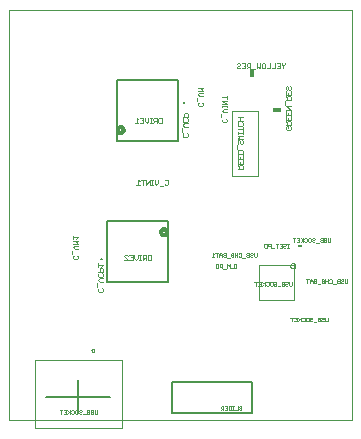
<source format=gbo>
G75*
%MOIN*%
%OFA0B0*%
%FSLAX24Y24*%
%IPPOS*%
%LPD*%
%AMOC8*
5,1,8,0,0,1.08239X$1,22.5*
%
%ADD10C,0.0010*%
%ADD11C,0.0020*%
%ADD12R,0.0280X0.0160*%
%ADD13C,0.0039*%
%ADD14R,0.0160X0.0280*%
%ADD15C,0.0050*%
%ADD16C,0.0118*%
%ADD17C,0.0059*%
%ADD18R,0.0118X0.0079*%
D10*
X002789Y000975D02*
X002789Y001105D01*
X002746Y001105D02*
X002833Y001105D01*
X002875Y001105D02*
X002962Y001105D01*
X002962Y000975D01*
X002875Y000975D01*
X002918Y001040D02*
X002962Y001040D01*
X003004Y000975D02*
X003069Y001040D01*
X003090Y001019D02*
X003004Y001105D01*
X003090Y001105D02*
X003090Y000975D01*
X003133Y000997D02*
X003154Y000975D01*
X003198Y000975D01*
X003219Y000997D01*
X003219Y001084D01*
X003198Y001105D01*
X003154Y001105D01*
X003133Y001084D01*
X003262Y001084D02*
X003283Y001105D01*
X003327Y001105D01*
X003348Y001084D01*
X003348Y000997D01*
X003327Y000975D01*
X003283Y000975D01*
X003262Y000997D01*
X003262Y001084D01*
X003390Y001084D02*
X003412Y001105D01*
X003456Y001105D01*
X003477Y001084D01*
X003477Y001062D01*
X003456Y001040D01*
X003412Y001040D01*
X003390Y001019D01*
X003390Y000997D01*
X003412Y000975D01*
X003456Y000975D01*
X003477Y000997D01*
X003519Y000954D02*
X003606Y000954D01*
X003648Y000997D02*
X003670Y000975D01*
X003735Y000975D01*
X003735Y001105D01*
X003670Y001105D01*
X003648Y001084D01*
X003648Y001062D01*
X003670Y001040D01*
X003735Y001040D01*
X003777Y001019D02*
X003777Y000997D01*
X003799Y000975D01*
X003842Y000975D01*
X003864Y000997D01*
X003906Y000997D02*
X003928Y000975D01*
X003971Y000975D01*
X003993Y000997D01*
X003993Y001105D01*
X003906Y001105D02*
X003906Y000997D01*
X003842Y001040D02*
X003799Y001040D01*
X003777Y001019D01*
X003777Y001084D02*
X003799Y001105D01*
X003842Y001105D01*
X003864Y001084D01*
X003864Y001062D01*
X003842Y001040D01*
X003670Y001040D02*
X003648Y001019D01*
X003648Y000997D01*
X004044Y005053D02*
X004016Y005082D01*
X004016Y005138D01*
X004044Y005167D01*
X003988Y005219D02*
X003988Y005332D01*
X004073Y005385D02*
X004016Y005441D01*
X004073Y005498D01*
X004186Y005498D01*
X004158Y005550D02*
X004044Y005550D01*
X004016Y005579D01*
X004016Y005635D01*
X004044Y005664D01*
X004016Y005716D02*
X004186Y005716D01*
X004186Y005801D01*
X004158Y005830D01*
X004101Y005830D01*
X004073Y005801D01*
X004073Y005716D01*
X004158Y005664D02*
X004186Y005635D01*
X004186Y005579D01*
X004158Y005550D01*
X004186Y005385D02*
X004073Y005385D01*
X004158Y005167D02*
X004186Y005138D01*
X004186Y005082D01*
X004158Y005053D01*
X004044Y005053D01*
X004016Y005882D02*
X004016Y005995D01*
X004016Y005939D02*
X004186Y005939D01*
X004129Y005882D01*
X004900Y006111D02*
X005013Y006111D01*
X004900Y006225D01*
X004900Y006253D01*
X004928Y006281D01*
X004985Y006281D01*
X005013Y006253D01*
X005066Y006281D02*
X005179Y006281D01*
X005179Y006111D01*
X005066Y006111D01*
X005122Y006196D02*
X005179Y006196D01*
X005231Y006168D02*
X005231Y006281D01*
X005231Y006168D02*
X005288Y006111D01*
X005345Y006168D01*
X005345Y006281D01*
X005399Y006281D02*
X005455Y006281D01*
X005427Y006281D02*
X005427Y006111D01*
X005455Y006111D02*
X005399Y006111D01*
X005508Y006111D02*
X005564Y006168D01*
X005536Y006168D02*
X005621Y006168D01*
X005621Y006111D02*
X005621Y006281D01*
X005536Y006281D01*
X005508Y006253D01*
X005508Y006196D01*
X005536Y006168D01*
X005673Y006140D02*
X005673Y006253D01*
X005702Y006281D01*
X005787Y006281D01*
X005787Y006111D01*
X005702Y006111D01*
X005673Y006140D01*
X007806Y006205D02*
X007893Y006205D01*
X007849Y006205D02*
X007849Y006335D01*
X007893Y006292D01*
X007935Y006335D02*
X008022Y006335D01*
X007978Y006335D02*
X007978Y006205D01*
X008064Y006205D02*
X008064Y006292D01*
X008107Y006335D01*
X008150Y006292D01*
X008150Y006205D01*
X008193Y006227D02*
X008214Y006205D01*
X008279Y006205D01*
X008279Y006335D01*
X008214Y006335D01*
X008193Y006314D01*
X008193Y006292D01*
X008214Y006270D01*
X008279Y006270D01*
X008214Y006270D02*
X008193Y006249D01*
X008193Y006227D01*
X008150Y006270D02*
X008064Y006270D01*
X008033Y005955D02*
X007968Y005955D01*
X007946Y005934D01*
X007946Y005847D01*
X007968Y005825D01*
X008033Y005825D01*
X008033Y005955D01*
X008075Y005934D02*
X008075Y005890D01*
X008096Y005869D01*
X008162Y005869D01*
X008162Y005825D02*
X008162Y005955D01*
X008096Y005955D01*
X008075Y005934D01*
X008204Y005804D02*
X008290Y005804D01*
X008333Y005825D02*
X008333Y005955D01*
X008376Y005912D01*
X008419Y005955D01*
X008419Y005825D01*
X008462Y005825D02*
X008548Y005825D01*
X008548Y005955D01*
X008591Y005955D02*
X008634Y005955D01*
X008613Y005955D02*
X008613Y005825D01*
X008634Y005825D02*
X008591Y005825D01*
X008579Y006205D02*
X008579Y006335D01*
X008537Y006314D02*
X008537Y006227D01*
X008516Y006205D01*
X008472Y006205D01*
X008450Y006227D01*
X008450Y006270D01*
X008494Y006270D01*
X008537Y006314D02*
X008516Y006335D01*
X008472Y006335D01*
X008450Y006314D01*
X008579Y006270D02*
X008666Y006270D01*
X008708Y006227D02*
X008730Y006205D01*
X008773Y006205D01*
X008795Y006227D01*
X008795Y006314D01*
X008773Y006335D01*
X008730Y006335D01*
X008708Y006314D01*
X008666Y006335D02*
X008666Y006205D01*
X008837Y006184D02*
X008924Y006184D01*
X008966Y006227D02*
X008988Y006205D01*
X009053Y006205D01*
X009053Y006335D01*
X008988Y006335D01*
X008966Y006314D01*
X008966Y006292D01*
X008988Y006270D01*
X009053Y006270D01*
X009095Y006249D02*
X009095Y006227D01*
X009117Y006205D01*
X009160Y006205D01*
X009182Y006227D01*
X009224Y006227D02*
X009224Y006335D01*
X009182Y006314D02*
X009182Y006292D01*
X009160Y006270D01*
X009117Y006270D01*
X009095Y006249D01*
X009095Y006314D02*
X009117Y006335D01*
X009160Y006335D01*
X009182Y006314D01*
X009224Y006227D02*
X009246Y006205D01*
X009289Y006205D01*
X009311Y006227D01*
X009311Y006335D01*
X009556Y006537D02*
X009556Y006624D01*
X009578Y006645D01*
X009643Y006645D01*
X009643Y006515D01*
X009578Y006515D01*
X009556Y006537D01*
X009685Y006580D02*
X009685Y006624D01*
X009706Y006645D01*
X009772Y006645D01*
X009772Y006515D01*
X009772Y006559D02*
X009706Y006559D01*
X009685Y006580D01*
X009814Y006494D02*
X009900Y006494D01*
X009986Y006515D02*
X009986Y006645D01*
X010029Y006645D02*
X009943Y006645D01*
X010072Y006645D02*
X010158Y006645D01*
X010158Y006515D01*
X010072Y006515D01*
X010115Y006580D02*
X010158Y006580D01*
X010200Y006559D02*
X010200Y006537D01*
X010222Y006515D01*
X010266Y006515D01*
X010287Y006537D01*
X010330Y006515D02*
X010373Y006515D01*
X010351Y006515D02*
X010351Y006645D01*
X010330Y006645D02*
X010373Y006645D01*
X010287Y006624D02*
X010287Y006602D01*
X010266Y006580D01*
X010222Y006580D01*
X010200Y006559D01*
X010200Y006624D02*
X010222Y006645D01*
X010266Y006645D01*
X010287Y006624D01*
X010559Y006705D02*
X010559Y006835D01*
X010516Y006835D02*
X010603Y006835D01*
X010645Y006835D02*
X010732Y006835D01*
X010732Y006705D01*
X010645Y006705D01*
X010688Y006770D02*
X010732Y006770D01*
X010774Y006705D02*
X010839Y006770D01*
X010860Y006749D02*
X010774Y006835D01*
X010860Y006835D02*
X010860Y006705D01*
X010903Y006727D02*
X010924Y006705D01*
X010968Y006705D01*
X010989Y006727D01*
X010989Y006814D01*
X010968Y006835D01*
X010924Y006835D01*
X010903Y006814D01*
X011032Y006814D02*
X011032Y006727D01*
X011053Y006705D01*
X011097Y006705D01*
X011118Y006727D01*
X011118Y006814D01*
X011097Y006835D01*
X011053Y006835D01*
X011032Y006814D01*
X011160Y006814D02*
X011182Y006835D01*
X011226Y006835D01*
X011247Y006814D01*
X011247Y006792D01*
X011226Y006770D01*
X011182Y006770D01*
X011160Y006749D01*
X011160Y006727D01*
X011182Y006705D01*
X011226Y006705D01*
X011247Y006727D01*
X011289Y006684D02*
X011376Y006684D01*
X011418Y006727D02*
X011440Y006705D01*
X011505Y006705D01*
X011505Y006835D01*
X011440Y006835D01*
X011418Y006814D01*
X011418Y006792D01*
X011440Y006770D01*
X011505Y006770D01*
X011547Y006749D02*
X011547Y006727D01*
X011569Y006705D01*
X011612Y006705D01*
X011634Y006727D01*
X011676Y006727D02*
X011676Y006835D01*
X011634Y006814D02*
X011634Y006792D01*
X011612Y006770D01*
X011569Y006770D01*
X011547Y006749D01*
X011547Y006814D02*
X011569Y006835D01*
X011612Y006835D01*
X011634Y006814D01*
X011676Y006727D02*
X011698Y006705D01*
X011741Y006705D01*
X011763Y006727D01*
X011763Y006835D01*
X011440Y006770D02*
X011418Y006749D01*
X011418Y006727D01*
X011493Y005455D02*
X011537Y005455D01*
X011558Y005434D01*
X011558Y005347D01*
X011537Y005325D01*
X011493Y005325D01*
X011472Y005347D01*
X011472Y005390D01*
X011515Y005390D01*
X011472Y005434D02*
X011493Y005455D01*
X011600Y005455D02*
X011600Y005325D01*
X011600Y005390D02*
X011687Y005390D01*
X011729Y005347D02*
X011751Y005325D01*
X011794Y005325D01*
X011816Y005347D01*
X011816Y005434D01*
X011794Y005455D01*
X011751Y005455D01*
X011729Y005434D01*
X011687Y005455D02*
X011687Y005325D01*
X011858Y005304D02*
X011945Y005304D01*
X011987Y005347D02*
X012009Y005325D01*
X012074Y005325D01*
X012074Y005455D01*
X012009Y005455D01*
X011987Y005434D01*
X011987Y005412D01*
X012009Y005390D01*
X012074Y005390D01*
X012116Y005369D02*
X012116Y005347D01*
X012138Y005325D01*
X012181Y005325D01*
X012203Y005347D01*
X012245Y005347D02*
X012245Y005455D01*
X012203Y005434D02*
X012181Y005455D01*
X012138Y005455D01*
X012116Y005434D01*
X012138Y005390D02*
X012116Y005369D01*
X012138Y005390D02*
X012181Y005390D01*
X012203Y005412D01*
X012203Y005434D01*
X012245Y005347D02*
X012267Y005325D01*
X012310Y005325D01*
X012332Y005347D01*
X012332Y005455D01*
X012009Y005390D02*
X011987Y005369D01*
X011987Y005347D01*
X011429Y005304D02*
X011343Y005304D01*
X011300Y005325D02*
X011235Y005325D01*
X011214Y005347D01*
X011214Y005369D01*
X011235Y005390D01*
X011300Y005390D01*
X011235Y005390D02*
X011214Y005412D01*
X011214Y005434D01*
X011235Y005455D01*
X011300Y005455D01*
X011300Y005325D01*
X011172Y005325D02*
X011172Y005412D01*
X011128Y005455D01*
X011085Y005412D01*
X011085Y005325D01*
X011085Y005390D02*
X011172Y005390D01*
X011043Y005455D02*
X010956Y005455D01*
X010999Y005455D02*
X010999Y005325D01*
X010483Y005375D02*
X010483Y005267D01*
X010461Y005245D01*
X010418Y005245D01*
X010396Y005267D01*
X010396Y005375D01*
X010354Y005354D02*
X010354Y005332D01*
X010332Y005310D01*
X010289Y005310D01*
X010267Y005289D01*
X010267Y005267D01*
X010289Y005245D01*
X010332Y005245D01*
X010354Y005267D01*
X010354Y005354D02*
X010332Y005375D01*
X010289Y005375D01*
X010267Y005354D01*
X010225Y005375D02*
X010225Y005245D01*
X010160Y005245D01*
X010138Y005267D01*
X010138Y005289D01*
X010160Y005310D01*
X010225Y005310D01*
X010160Y005310D02*
X010138Y005332D01*
X010138Y005354D01*
X010160Y005375D01*
X010225Y005375D01*
X010096Y005224D02*
X010009Y005224D01*
X009967Y005267D02*
X009946Y005245D01*
X009902Y005245D01*
X009880Y005267D01*
X009880Y005289D01*
X009902Y005310D01*
X009946Y005310D01*
X009967Y005332D01*
X009967Y005354D01*
X009946Y005375D01*
X009902Y005375D01*
X009880Y005354D01*
X009838Y005354D02*
X009838Y005267D01*
X009817Y005245D01*
X009773Y005245D01*
X009752Y005267D01*
X009752Y005354D01*
X009773Y005375D01*
X009817Y005375D01*
X009838Y005354D01*
X009709Y005354D02*
X009709Y005267D01*
X009688Y005245D01*
X009644Y005245D01*
X009623Y005267D01*
X009580Y005289D02*
X009494Y005375D01*
X009452Y005375D02*
X009452Y005245D01*
X009365Y005245D01*
X009408Y005310D02*
X009452Y005310D01*
X009452Y005375D02*
X009365Y005375D01*
X009323Y005375D02*
X009236Y005375D01*
X009279Y005375D02*
X009279Y005245D01*
X009494Y005245D02*
X009559Y005310D01*
X009580Y005375D02*
X009580Y005245D01*
X009623Y005354D02*
X009644Y005375D01*
X009688Y005375D01*
X009709Y005354D01*
X008966Y006227D02*
X008966Y006249D01*
X008988Y006270D01*
X008408Y006184D02*
X008322Y006184D01*
X010436Y004185D02*
X010523Y004185D01*
X010565Y004185D02*
X010652Y004185D01*
X010652Y004055D01*
X010565Y004055D01*
X010608Y004120D02*
X010652Y004120D01*
X010694Y004055D02*
X010759Y004120D01*
X010780Y004099D02*
X010694Y004185D01*
X010780Y004185D02*
X010780Y004055D01*
X010823Y004077D02*
X010844Y004055D01*
X010888Y004055D01*
X010909Y004077D01*
X010909Y004164D01*
X010888Y004185D01*
X010844Y004185D01*
X010823Y004164D01*
X010952Y004164D02*
X010952Y004077D01*
X010973Y004055D01*
X011017Y004055D01*
X011038Y004077D01*
X011038Y004164D01*
X011017Y004185D01*
X010973Y004185D01*
X010952Y004164D01*
X011080Y004164D02*
X011102Y004185D01*
X011146Y004185D01*
X011167Y004164D01*
X011167Y004142D01*
X011146Y004120D01*
X011102Y004120D01*
X011080Y004099D01*
X011080Y004077D01*
X011102Y004055D01*
X011146Y004055D01*
X011167Y004077D01*
X011209Y004034D02*
X011296Y004034D01*
X011338Y004077D02*
X011360Y004055D01*
X011425Y004055D01*
X011425Y004185D01*
X011360Y004185D01*
X011338Y004164D01*
X011338Y004142D01*
X011360Y004120D01*
X011425Y004120D01*
X011467Y004099D02*
X011467Y004077D01*
X011489Y004055D01*
X011532Y004055D01*
X011554Y004077D01*
X011596Y004077D02*
X011596Y004185D01*
X011554Y004164D02*
X011554Y004142D01*
X011532Y004120D01*
X011489Y004120D01*
X011467Y004099D01*
X011467Y004164D02*
X011489Y004185D01*
X011532Y004185D01*
X011554Y004164D01*
X011596Y004077D02*
X011618Y004055D01*
X011661Y004055D01*
X011683Y004077D01*
X011683Y004185D01*
X011360Y004120D02*
X011338Y004099D01*
X011338Y004077D01*
X010479Y004055D02*
X010479Y004185D01*
X008783Y001235D02*
X008804Y001214D01*
X008804Y001192D01*
X008783Y001170D01*
X008739Y001170D01*
X008717Y001149D01*
X008717Y001127D01*
X008739Y001105D01*
X008783Y001105D01*
X008804Y001127D01*
X008783Y001235D02*
X008739Y001235D01*
X008717Y001214D01*
X008675Y001235D02*
X008675Y001105D01*
X008589Y001105D01*
X008546Y001105D02*
X008503Y001105D01*
X008525Y001105D02*
X008525Y001235D01*
X008546Y001235D02*
X008503Y001235D01*
X008460Y001235D02*
X008395Y001235D01*
X008374Y001214D01*
X008374Y001127D01*
X008395Y001105D01*
X008460Y001105D01*
X008460Y001235D01*
X008332Y001235D02*
X008332Y001105D01*
X008245Y001105D01*
X008203Y001105D02*
X008203Y001235D01*
X008138Y001235D01*
X008116Y001214D01*
X008116Y001170D01*
X008138Y001149D01*
X008203Y001149D01*
X008159Y001149D02*
X008116Y001105D01*
X008245Y001235D02*
X008332Y001235D01*
X008332Y001170D02*
X008288Y001170D01*
X003327Y006137D02*
X003214Y006137D01*
X003185Y006165D01*
X003185Y006222D01*
X003214Y006250D01*
X003157Y006303D02*
X003157Y006416D01*
X003242Y006468D02*
X003185Y006525D01*
X003242Y006582D01*
X003356Y006582D01*
X003356Y006634D02*
X003185Y006634D01*
X003185Y006748D02*
X003356Y006748D01*
X003299Y006691D01*
X003356Y006634D01*
X003356Y006468D02*
X003242Y006468D01*
X003327Y006250D02*
X003356Y006222D01*
X003356Y006165D01*
X003327Y006137D01*
X003299Y006800D02*
X003356Y006857D01*
X003185Y006857D01*
X003185Y006913D02*
X003185Y006800D01*
X005303Y008614D02*
X005416Y008614D01*
X005360Y008614D02*
X005360Y008784D01*
X005416Y008727D01*
X005469Y008784D02*
X005582Y008784D01*
X005634Y008784D02*
X005634Y008614D01*
X005748Y008784D01*
X005748Y008614D01*
X005802Y008614D02*
X005858Y008614D01*
X005830Y008614D02*
X005830Y008784D01*
X005858Y008784D02*
X005802Y008784D01*
X005911Y008784D02*
X005911Y008671D01*
X005967Y008614D01*
X006024Y008671D01*
X006024Y008784D01*
X006076Y008586D02*
X006190Y008586D01*
X006242Y008642D02*
X006270Y008614D01*
X006327Y008614D01*
X006356Y008642D01*
X006356Y008756D01*
X006327Y008784D01*
X006270Y008784D01*
X006242Y008756D01*
X005525Y008784D02*
X005525Y008614D01*
X006867Y010211D02*
X006839Y010240D01*
X006839Y010296D01*
X006867Y010325D01*
X006811Y010377D02*
X006811Y010490D01*
X006896Y010543D02*
X006839Y010599D01*
X006896Y010656D01*
X007009Y010656D01*
X006981Y010708D02*
X006867Y010708D01*
X006839Y010737D01*
X006839Y010793D01*
X006867Y010822D01*
X006839Y010874D02*
X007009Y010874D01*
X007009Y010959D01*
X006981Y010988D01*
X006924Y010988D01*
X006896Y010959D01*
X006896Y010874D01*
X006981Y010822D02*
X007009Y010793D01*
X007009Y010737D01*
X006981Y010708D01*
X007009Y010543D02*
X006896Y010543D01*
X006981Y010325D02*
X007009Y010296D01*
X007009Y010240D01*
X006981Y010211D01*
X006867Y010211D01*
X006138Y010676D02*
X006138Y010846D01*
X006053Y010846D01*
X006024Y010818D01*
X006024Y010705D01*
X006053Y010676D01*
X006138Y010676D01*
X005972Y010676D02*
X005972Y010846D01*
X005887Y010846D01*
X005859Y010818D01*
X005859Y010761D01*
X005887Y010733D01*
X005972Y010733D01*
X005915Y010733D02*
X005859Y010676D01*
X005806Y010676D02*
X005750Y010676D01*
X005778Y010676D02*
X005778Y010846D01*
X005806Y010846D02*
X005750Y010846D01*
X005696Y010846D02*
X005696Y010733D01*
X005639Y010676D01*
X005582Y010733D01*
X005582Y010846D01*
X005530Y010846D02*
X005530Y010676D01*
X005417Y010676D01*
X005364Y010676D02*
X005251Y010676D01*
X005308Y010676D02*
X005308Y010846D01*
X005364Y010790D01*
X005417Y010846D02*
X005530Y010846D01*
X005530Y010761D02*
X005473Y010761D01*
X007347Y011267D02*
X007347Y011324D01*
X007375Y011352D01*
X007318Y011404D02*
X007318Y011518D01*
X007403Y011570D02*
X007347Y011627D01*
X007403Y011684D01*
X007517Y011684D01*
X007517Y011736D02*
X007347Y011736D01*
X007347Y011849D02*
X007517Y011849D01*
X007460Y011793D01*
X007517Y011736D01*
X007517Y011570D02*
X007403Y011570D01*
X007489Y011352D02*
X007517Y011324D01*
X007517Y011267D01*
X007489Y011239D01*
X007375Y011239D01*
X007347Y011267D01*
X008156Y011249D02*
X008156Y011192D01*
X008156Y011220D02*
X008326Y011220D01*
X008326Y011192D02*
X008326Y011249D01*
X008326Y011302D02*
X008156Y011416D01*
X008326Y011416D01*
X008326Y011468D02*
X008326Y011582D01*
X008326Y011525D02*
X008156Y011525D01*
X008156Y011302D02*
X008326Y011302D01*
X008326Y011140D02*
X008213Y011140D01*
X008156Y011083D01*
X008213Y011026D01*
X008326Y011026D01*
X008128Y010974D02*
X008128Y010861D01*
X008184Y010808D02*
X008156Y010780D01*
X008156Y010723D01*
X008184Y010695D01*
X008298Y010695D01*
X008326Y010723D01*
X008326Y010780D01*
X008298Y010808D01*
X008674Y010860D02*
X008844Y010860D01*
X008759Y010860D02*
X008759Y010747D01*
X008702Y010694D02*
X008674Y010666D01*
X008674Y010609D01*
X008702Y010581D01*
X008816Y010581D01*
X008844Y010609D01*
X008844Y010666D01*
X008816Y010694D01*
X008844Y010747D02*
X008674Y010747D01*
X008674Y010472D02*
X008844Y010472D01*
X008844Y010415D02*
X008844Y010529D01*
X008844Y010361D02*
X008844Y010305D01*
X008844Y010333D02*
X008674Y010333D01*
X008674Y010305D02*
X008674Y010361D01*
X008674Y010252D02*
X008844Y010252D01*
X008844Y010139D02*
X008674Y010139D01*
X008731Y010196D01*
X008674Y010252D01*
X008702Y010087D02*
X008674Y010058D01*
X008674Y010002D01*
X008702Y009973D01*
X008759Y010002D02*
X008759Y010058D01*
X008731Y010087D01*
X008702Y010087D01*
X008759Y010002D02*
X008787Y009973D01*
X008816Y009973D01*
X008844Y010002D01*
X008844Y010058D01*
X008816Y010087D01*
X008646Y009921D02*
X008646Y009807D01*
X008702Y009755D02*
X008816Y009755D01*
X008844Y009727D01*
X008844Y009642D01*
X008674Y009642D01*
X008674Y009727D01*
X008702Y009755D01*
X008674Y009589D02*
X008674Y009476D01*
X008844Y009476D01*
X008844Y009589D01*
X008759Y009533D02*
X008759Y009476D01*
X008674Y009424D02*
X008674Y009310D01*
X008844Y009310D01*
X008844Y009424D01*
X008759Y009367D02*
X008759Y009310D01*
X008759Y009258D02*
X008731Y009230D01*
X008731Y009145D01*
X008731Y009201D02*
X008674Y009258D01*
X008759Y009258D02*
X008816Y009258D01*
X008844Y009230D01*
X008844Y009145D01*
X008674Y009145D01*
X010276Y010481D02*
X010276Y010538D01*
X010305Y010566D01*
X010361Y010566D01*
X010361Y010509D01*
X010305Y010453D02*
X010276Y010481D01*
X010305Y010453D02*
X010418Y010453D01*
X010446Y010481D01*
X010446Y010538D01*
X010418Y010566D01*
X010446Y010618D02*
X010276Y010618D01*
X010333Y010618D02*
X010333Y010703D01*
X010361Y010732D01*
X010418Y010732D01*
X010446Y010703D01*
X010446Y010618D01*
X010333Y010675D02*
X010276Y010732D01*
X010276Y010784D02*
X010276Y010898D01*
X010276Y010950D02*
X010276Y011063D01*
X010276Y011116D02*
X010446Y011116D01*
X010276Y011229D01*
X010446Y011229D01*
X010446Y011063D02*
X010446Y010950D01*
X010276Y010950D01*
X010361Y010950D02*
X010361Y011007D01*
X010446Y010898D02*
X010446Y010784D01*
X010276Y010784D01*
X010361Y010784D02*
X010361Y010841D01*
X010248Y011281D02*
X010248Y011395D01*
X010276Y011447D02*
X010446Y011447D01*
X010446Y011532D01*
X010418Y011561D01*
X010361Y011561D01*
X010333Y011532D01*
X010333Y011447D01*
X010333Y011504D02*
X010276Y011561D01*
X010276Y011613D02*
X010276Y011726D01*
X010305Y011779D02*
X010276Y011807D01*
X010276Y011864D01*
X010305Y011892D01*
X010333Y011892D01*
X010361Y011864D01*
X010361Y011807D01*
X010390Y011779D01*
X010418Y011779D01*
X010446Y011807D01*
X010446Y011864D01*
X010418Y011892D01*
X010446Y011726D02*
X010446Y011613D01*
X010276Y011613D01*
X010361Y011613D02*
X010361Y011670D01*
X010197Y012488D02*
X010197Y012573D01*
X010141Y012630D01*
X010141Y012658D01*
X010088Y012658D02*
X010088Y012488D01*
X009975Y012488D01*
X009923Y012488D02*
X009809Y012488D01*
X009757Y012488D02*
X009644Y012488D01*
X009591Y012517D02*
X009563Y012488D01*
X009506Y012488D01*
X009478Y012517D01*
X009478Y012630D01*
X009506Y012658D01*
X009563Y012658D01*
X009591Y012630D01*
X009591Y012517D01*
X009425Y012488D02*
X009425Y012658D01*
X009312Y012658D02*
X009312Y012488D01*
X009369Y012545D01*
X009425Y012488D01*
X009260Y012460D02*
X009146Y012460D01*
X009094Y012488D02*
X009094Y012658D01*
X009009Y012658D01*
X008981Y012630D01*
X008981Y012573D01*
X009009Y012545D01*
X009094Y012545D01*
X009037Y012545D02*
X008981Y012488D01*
X008928Y012488D02*
X008815Y012488D01*
X008762Y012517D02*
X008734Y012488D01*
X008677Y012488D01*
X008649Y012517D01*
X008649Y012545D01*
X008677Y012573D01*
X008734Y012573D01*
X008762Y012602D01*
X008762Y012630D01*
X008734Y012658D01*
X008677Y012658D01*
X008649Y012630D01*
X008815Y012658D02*
X008928Y012658D01*
X008928Y012488D01*
X008928Y012573D02*
X008872Y012573D01*
X009757Y012658D02*
X009757Y012488D01*
X009923Y012488D02*
X009923Y012658D01*
X009975Y012658D02*
X010088Y012658D01*
X010088Y012573D02*
X010032Y012573D01*
X010197Y012573D02*
X010254Y012630D01*
X010254Y012658D01*
D11*
X012491Y000768D02*
X001051Y000768D01*
X001051Y014428D01*
X012491Y014428D01*
X012491Y000768D01*
D12*
X010004Y011093D03*
D13*
X009341Y011072D02*
X008475Y011072D01*
X008475Y008906D01*
X009341Y008906D01*
X009341Y011072D01*
X009371Y005949D02*
X009371Y004768D01*
X010552Y004768D01*
X010552Y005949D01*
X009371Y005949D01*
X010424Y005909D02*
X010426Y005927D01*
X010432Y005945D01*
X010441Y005961D01*
X010453Y005974D01*
X010468Y005985D01*
X010485Y005993D01*
X010503Y005997D01*
X010521Y005997D01*
X010539Y005993D01*
X010556Y005985D01*
X010571Y005974D01*
X010583Y005961D01*
X010592Y005945D01*
X010598Y005927D01*
X010600Y005909D01*
X010598Y005891D01*
X010592Y005873D01*
X010583Y005857D01*
X010571Y005844D01*
X010556Y005833D01*
X010539Y005825D01*
X010521Y005821D01*
X010503Y005821D01*
X010485Y005825D01*
X010468Y005833D01*
X010453Y005844D01*
X010441Y005857D01*
X010432Y005873D01*
X010426Y005891D01*
X010424Y005909D01*
X004808Y002768D02*
X004808Y000505D01*
X001914Y000505D01*
X001914Y002768D01*
X004808Y002768D01*
X003804Y003093D02*
X003806Y003106D01*
X003811Y003118D01*
X003820Y003129D01*
X003830Y003137D01*
X003843Y003141D01*
X003856Y003142D01*
X003869Y003139D01*
X003881Y003133D01*
X003891Y003124D01*
X003898Y003113D01*
X003902Y003100D01*
X003902Y003086D01*
X003898Y003073D01*
X003891Y003062D01*
X003881Y003053D01*
X003869Y003047D01*
X003856Y003044D01*
X003843Y003045D01*
X003830Y003049D01*
X003820Y003057D01*
X003811Y003068D01*
X003806Y003080D01*
X003804Y003093D01*
D14*
X009165Y012350D03*
D15*
X006685Y012102D02*
X006685Y010055D01*
X004638Y010055D01*
X004638Y012102D01*
X006685Y012102D01*
X006361Y007403D02*
X004314Y007403D01*
X004314Y005356D01*
X006361Y005356D01*
X006361Y007403D01*
X006479Y002039D02*
X006479Y001015D01*
X009157Y001015D01*
X009157Y002039D01*
X006479Y002039D01*
X004424Y001538D02*
X002298Y001538D01*
X003361Y002089D02*
X003361Y000987D01*
D16*
X006121Y007029D02*
X006123Y007048D01*
X006128Y007067D01*
X006138Y007083D01*
X006150Y007098D01*
X006165Y007110D01*
X006181Y007120D01*
X006200Y007125D01*
X006219Y007127D01*
X006238Y007125D01*
X006257Y007120D01*
X006273Y007110D01*
X006288Y007098D01*
X006300Y007083D01*
X006310Y007067D01*
X006315Y007048D01*
X006317Y007029D01*
X006315Y007010D01*
X006310Y006991D01*
X006300Y006975D01*
X006288Y006960D01*
X006273Y006948D01*
X006257Y006938D01*
X006238Y006933D01*
X006219Y006931D01*
X006200Y006933D01*
X006181Y006938D01*
X006165Y006948D01*
X006150Y006960D01*
X006138Y006975D01*
X006128Y006991D01*
X006123Y007010D01*
X006121Y007029D01*
X004681Y010429D02*
X004683Y010448D01*
X004688Y010467D01*
X004698Y010483D01*
X004710Y010498D01*
X004725Y010510D01*
X004741Y010520D01*
X004760Y010525D01*
X004779Y010527D01*
X004798Y010525D01*
X004817Y010520D01*
X004833Y010510D01*
X004848Y010498D01*
X004860Y010483D01*
X004870Y010467D01*
X004875Y010448D01*
X004877Y010429D01*
X004875Y010410D01*
X004870Y010391D01*
X004860Y010375D01*
X004848Y010360D01*
X004833Y010348D01*
X004817Y010338D01*
X004798Y010333D01*
X004779Y010331D01*
X004760Y010333D01*
X004741Y010338D01*
X004725Y010348D01*
X004710Y010360D01*
X004698Y010375D01*
X004688Y010391D01*
X004683Y010410D01*
X004681Y010429D01*
D17*
X006875Y011344D02*
X006877Y011351D01*
X006882Y011356D01*
X006889Y011358D01*
X006896Y011356D01*
X006901Y011351D01*
X006903Y011344D01*
X006901Y011337D01*
X006896Y011332D01*
X006889Y011330D01*
X006882Y011332D01*
X006877Y011337D01*
X006875Y011344D01*
X004135Y006139D02*
X004137Y006146D01*
X004142Y006151D01*
X004149Y006153D01*
X004156Y006151D01*
X004161Y006146D01*
X004163Y006139D01*
X004161Y006132D01*
X004156Y006127D01*
X004149Y006125D01*
X004142Y006127D01*
X004137Y006132D01*
X004135Y006139D01*
D18*
X010761Y006578D03*
M02*

</source>
